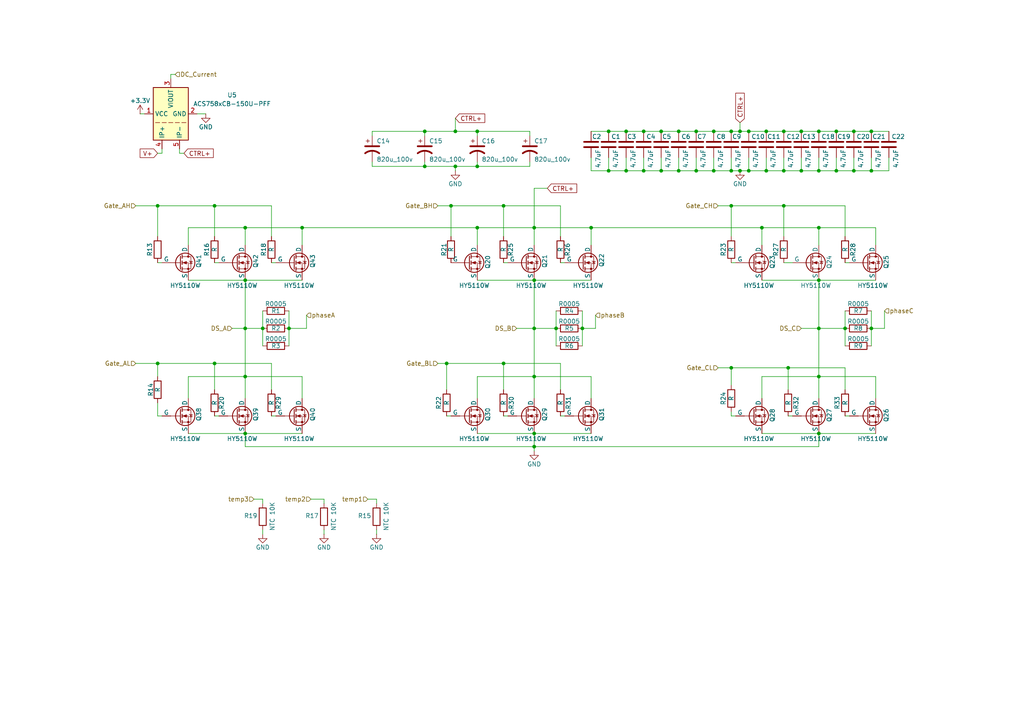
<source format=kicad_sch>
(kicad_sch (version 20250114) (generator "eeschema") (generator_version "9.0")
  (paper "A4")
  (lib_symbols
    (symbol "Device:C" (pin_numbers (hide yes)) (pin_names (offset 0.254))
      (property "Reference" "C" (at 0.635 2.54 0))
      (property "Value" "C" (at 0.635 -2.54 0))
      (symbol "C_0_1"
        (polyline (pts (xy -2.032 0.762) (xy 2.032 0.762)) (stroke (width 0.508)))
        (polyline (pts (xy -2.032 -0.762) (xy 2.032 -0.762)) (stroke (width 0.508)))
      )
      (symbol "C_1_1"
        (pin passive line (at 0 3.81 270) (length 2.794) (name "~") (number "1"))
        (pin passive line (at 0 -3.81 90) (length 2.794) (name "~") (number "2"))
      )
    )
    (symbol "Device:C_Polarized_US" (pin_numbers (hide yes)) (pin_names (offset 0.254) (hide yes))
      (property "Reference" "C" (at 0.635 2.54 0))
      (property "Value" "C_Polarized_US" (at 0.635 -2.54 0))
      (symbol "C_Polarized_US_0_1"
        (polyline (pts (xy -2.032 0.762) (xy 2.032 0.762)) (stroke (width 0.508)))
        (polyline (pts (xy -1.778 2.286) (xy -0.762 2.286)))
        (polyline (pts (xy -1.27 1.778) (xy -1.27 2.794)))
        (arc (start -2.032 -1.27) (mid 0 -0.5572) (end 2.032 -1.27) (stroke (width 0.508)))
      )
      (symbol "C_Polarized_US_1_1"
        (pin passive line (at 0 3.81 270) (length 2.794) (name "~") (number "1"))
        (pin passive line (at 0 -3.81 90) (length 3.302) (name "~") (number "2"))
      )
    )
    (symbol "Device:R" (pin_numbers (hide yes)) (pin_names (offset 0))
      (property "Reference" "R" (at 2.032 0 90))
      (property "Value" "R" (at 0 0 90))
      (symbol "R_0_1"
        (rectangle (start -1.016 -2.54) (end 1.016 2.54) (stroke (width 0.254)))
      )
      (symbol "R_1_1"
        (pin passive line (at 0 3.81 270) (length 1.27) (name "~") (number "1"))
        (pin passive line (at 0 -3.81 90) (length 1.27) (name "~") (number "2"))
      )
    )
    (symbol "Sensor_Current:ACS758xCB-150U-PFF"
      (property "Reference" "U" (at -7.62 6.35 0))
      (property "Value" "ACS758xCB-150U-PFF" (at 2.54 6.35 0))
      (symbol "ACS758xCB-150U-PFF_0_1"
        (rectangle (start -7.62 5.08) (end 7.62 -5.08) (stroke (width 0.254)) (fill (type background)))
        (polyline (pts (xy -2.54 3.175) (xy -2.54 4.445)))
        (polyline (pts (xy -2.54 1.27) (xy -2.54 2.54)))
        (polyline (pts (xy -2.54 0.635) (xy -2.54 -0.635)))
        (polyline (pts (xy -2.54 -1.27) (xy -2.54 -2.54)))
        (polyline (pts (xy -2.54 -3.175) (xy -2.54 -4.445)))
      )
      (symbol "ACS758xCB-150U-PFF_1_1"
        (pin passive line (at -10.16 2.54 0) (length 2.54) (name "IP+") (number "4"))
        (pin passive line (at -10.16 -2.54 0) (length 2.54) (name "IP-") (number "5"))
        (pin power_in line (at 0 7.62 270) (length 2.54) (name "VCC") (number "1"))
        (pin power_in line (at 0 -7.62 90) (length 2.54) (name "GND") (number "2"))
        (pin output line (at 10.16 0 180) (length 2.54) (name "VIOUT") (number "3"))
      )
    )
    (symbol "Simulation_SPICE:NMOS" (pin_numbers (hide yes)) (pin_names (offset 0))
      (property "Reference" "Q" (at 5.08 1.27 0))
      (property "Value" "NMOS" (at 5.08 -1.27 0))
      (symbol "NMOS_0_1"
        (polyline (pts (xy 0.254 1.905) (xy 0.254 -1.905)) (stroke (width 0.254)))
        (polyline (pts (xy 0.254 0) (xy -2.54 0)))
        (polyline (pts (xy 0.762 2.286) (xy 0.762 1.27)) (stroke (width 0.254)))
        (polyline (pts (xy 0.762 0.508) (xy 0.762 -0.508)) (stroke (width 0.254)))
        (polyline (pts (xy 0.762 -1.27) (xy 0.762 -2.286)) (stroke (width 0.254)))
        (polyline (pts (xy 0.762 -1.778) (xy 3.302 -1.778) (xy 3.302 1.778) (xy 0.762 1.778)))
        (polyline (pts (xy 1.016 0) (xy 2.032 0.381) (xy 2.032 -0.381) (xy 1.016 0)) (fill (type outline)))
        (circle (center 1.651 0) (radius 2.794) (stroke (width 0.254)))
        (polyline (pts (xy 2.54 2.54) (xy 2.54 1.778)))
        (circle (center 2.54 1.778) (radius 0.254) (fill (type outline)))
        (circle (center 2.54 -1.778) (radius 0.254) (fill (type outline)))
        (polyline (pts (xy 2.54 -2.54) (xy 2.54 0) (xy 0.762 0)))
        (polyline (pts (xy 2.794 0.508) (xy 2.921 0.381) (xy 3.683 0.381) (xy 3.81 0.254)))
        (polyline (pts (xy 3.302 0.381) (xy 2.921 -0.254) (xy 3.683 -0.254) (xy 3.302 0.381)))
      )
      (symbol "NMOS_1_1"
        (pin input line (at -5.08 0 0) (length 2.54) (name "G") (number "2"))
        (pin passive line (at 2.54 5.08 270) (length 2.54) (name "D") (number "1"))
        (pin passive line (at 2.54 -5.08 90) (length 2.54) (name "S") (number "3"))
      )
    )
    (symbol "power:+3.3V" (power) (pin_numbers (hide yes)) (pin_names (offset 0) (hide yes))
      (property "Value" "+3.3V" (at 0 3.556 0))
      (symbol "+3.3V_0_1"
        (polyline (pts (xy -0.762 1.27) (xy 0 2.54)))
        (polyline (pts (xy 0 2.54) (xy 0.762 1.27)))
        (polyline (pts (xy 0 0) (xy 0 2.54)))
      )
      (symbol "+3.3V_1_1"
        (pin power_in line (at 0 0 90) (length 0) (name "~") (number "1"))
      )
    )
    (symbol "power:GND" (power) (pin_numbers (hide yes)) (pin_names (offset 0) (hide yes))
      (property "Value" "GND" (at 0 -3.81 0))
      (symbol "GND_0_1"
        (polyline (pts (xy 0 0) (xy 0 -1.27) (xy 1.27 -1.27) (xy 0 -2.54) (xy -1.27 -1.27) (xy 0 -1.27)))
      )
      (symbol "GND_1_1"
        (pin power_in line (at 0 0 270) (length 0) (name "~") (number "1"))
      )
    )
  )
  (junction (at 237.49 81.28))
  (junction (at 201.93 49.53))
  (junction (at 227.33 49.53))
  (junction (at 71.12 125.73))
  (junction (at 222.25 38.1))
  (junction (at 161.29 95.25))
  (junction (at 132.08 48.26))
  (junction (at 212.09 59.69))
  (junction (at 181.61 38.1))
  (junction (at 247.65 38.1))
  (junction (at 252.73 49.53))
  (junction (at 196.85 38.1))
  (junction (at 154.94 129.54))
  (junction (at 154.94 95.25))
  (junction (at 220.98 66.04))
  (junction (at 154.94 109.22))
  (junction (at 247.65 49.53))
  (junction (at 138.43 48.26))
  (junction (at 186.69 38.1))
  (junction (at 186.69 49.53))
  (junction (at 168.91 95.25))
  (junction (at 154.94 81.28))
  (junction (at 237.49 38.1))
  (junction (at 207.01 49.53))
  (junction (at 191.77 38.1))
  (junction (at 237.49 125.73))
  (junction (at 228.6 106.68))
  (junction (at 237.49 95.25))
  (junction (at 212.09 49.53))
  (junction (at 212.09 106.68))
  (junction (at 212.09 38.1))
  (junction (at 71.12 81.28))
  (junction (at 71.12 95.25))
  (junction (at 214.63 38.1))
  (junction (at 132.08 38.1))
  (junction (at 237.49 66.04))
  (junction (at 129.54 105.41))
  (junction (at 232.41 49.53))
  (junction (at 138.43 38.1))
  (junction (at 242.57 38.1))
  (junction (at 181.61 49.53))
  (junction (at 227.33 38.1))
  (junction (at 123.19 38.1))
  (junction (at 76.2 95.25))
  (junction (at 87.63 66.04))
  (junction (at 201.93 38.1))
  (junction (at 171.45 66.04))
  (junction (at 62.23 105.41))
  (junction (at 217.17 38.1))
  (junction (at 71.12 66.04))
  (junction (at 214.63 49.53))
  (junction (at 146.05 105.41))
  (junction (at 242.57 49.53))
  (junction (at 252.73 95.25))
  (junction (at 146.05 59.69))
  (junction (at 45.72 59.69))
  (junction (at 232.41 38.1))
  (junction (at 62.23 59.69))
  (junction (at 237.49 109.22))
  (junction (at 191.77 49.53))
  (junction (at 176.53 49.53))
  (junction (at 245.11 95.25))
  (junction (at 83.82 95.25))
  (junction (at 222.25 49.53))
  (junction (at 130.81 59.69))
  (junction (at 154.94 66.04))
  (junction (at 154.94 125.73))
  (junction (at 176.53 38.1))
  (junction (at 138.43 66.04))
  (junction (at 207.01 38.1))
  (junction (at 45.72 105.41))
  (junction (at 196.85 49.53))
  (junction (at 237.49 49.53))
  (junction (at 217.17 49.53))
  (junction (at 252.73 38.1))
  (junction (at 123.19 48.26))
  (junction (at 227.33 59.69))
  (junction (at 71.12 109.22))
  (wire (pts (xy 237.49 125.73) (xy 254 125.73)))
  (wire (pts (xy 252.73 38.1) (xy 257.81 38.1)))
  (wire (pts (xy 232.41 38.1) (xy 237.49 38.1)))
  (wire (pts (xy 161.29 90.17) (xy 161.29 95.25)))
  (wire (pts (xy 107.95 38.1) (xy 123.19 38.1)))
  (wire (pts (xy 153.67 46.99) (xy 153.67 48.26)))
  (wire (pts (xy 146.05 59.69) (xy 146.05 68.58)))
  (wire (pts (xy 196.85 45.72) (xy 196.85 49.53)))
  (wire (pts (xy 71.12 81.28) (xy 71.12 95.25)))
  (wire (pts (xy 252.73 90.17) (xy 252.73 95.25)))
  (wire (pts (xy 62.23 76.2) (xy 63.5 76.2)))
  (wire (pts (xy 45.72 120.65) (xy 46.99 120.65)))
  (wire (pts (xy 45.72 120.65) (xy 45.72 116.84)))
  (wire (pts (xy 186.69 45.72) (xy 186.69 49.53)))
  (wire (pts (xy 132.08 48.26) (xy 132.08 49.53)))
  (wire (pts (xy 172.72 91.44) (xy 172.72 95.25)))
  (wire (pts (xy 149.86 95.25) (xy 154.94 95.25)))
  (wire (pts (xy 129.54 105.41) (xy 129.54 113.03)))
  (wire (pts (xy 78.74 59.69) (xy 78.74 68.58)))
  (wire (pts (xy 54.61 66.04) (xy 71.12 66.04)))
  (wire (pts (xy 217.17 45.72) (xy 217.17 49.53)))
  (wire (pts (xy 154.94 54.61) (xy 158.75 54.61)))
  (wire (pts (xy 154.94 54.61) (xy 154.94 66.04)))
  (wire (pts (xy 57.15 33.02) (xy 59.69 33.02)))
  (wire (pts (xy 54.61 81.28) (xy 71.12 81.28)))
  (wire (pts (xy 237.49 95.25) (xy 237.49 109.22)))
  (wire (pts (xy 71.12 81.28) (xy 87.63 81.28)))
  (wire (pts (xy 132.08 34.29) (xy 132.08 38.1)))
  (wire (pts (xy 138.43 109.22) (xy 154.94 109.22)))
  (wire (pts (xy 242.57 49.53) (xy 247.65 49.53)))
  (wire (pts (xy 252.73 95.25) (xy 252.73 100.33)))
  (wire (pts (xy 232.41 95.25) (xy 237.49 95.25)))
  (wire (pts (xy 76.2 154.94) (xy 76.2 153.67)))
  (wire (pts (xy 71.12 95.25) (xy 71.12 109.22)))
  (wire (pts (xy 129.54 120.65) (xy 130.81 120.65)))
  (wire (pts (xy 212.09 106.68) (xy 228.6 106.68)))
  (wire (pts (xy 93.98 146.05) (xy 93.98 144.78)))
  (wire (pts (xy 138.43 81.28) (xy 154.94 81.28)))
  (wire (pts (xy 222.25 45.72) (xy 222.25 49.53)))
  (wire (pts (xy 252.73 95.25) (xy 256.54 95.25)))
  (wire (pts (xy 191.77 38.1) (xy 196.85 38.1)))
  (wire (pts (xy 45.72 59.69) (xy 62.23 59.69)))
  (wire (pts (xy 45.72 44.45) (xy 46.99 44.45)))
  (wire (pts (xy 171.45 66.04) (xy 171.45 71.12)))
  (wire (pts (xy 67.31 95.25) (xy 71.12 95.25)))
  (wire (pts (xy 254 109.22) (xy 254 115.57)))
  (wire (pts (xy 227.33 49.53) (xy 222.25 49.53)))
  (wire (pts (xy 232.41 49.53) (xy 237.49 49.53)))
  (wire (pts (xy 252.73 45.72) (xy 252.73 49.53)))
  (wire (pts (xy 123.19 38.1) (xy 123.19 39.37)))
  (wire (pts (xy 154.94 130.81) (xy 154.94 129.54)))
  (wire (pts (xy 54.61 109.22) (xy 71.12 109.22)))
  (wire (pts (xy 62.23 59.69) (xy 78.74 59.69)))
  (wire (pts (xy 138.43 48.26) (xy 153.67 48.26)))
  (wire (pts (xy 212.09 76.2) (xy 213.36 76.2)))
  (wire (pts (xy 207.01 38.1) (xy 212.09 38.1)))
  (wire (pts (xy 87.63 66.04) (xy 138.43 66.04)))
  (wire (pts (xy 132.08 48.26) (xy 138.43 48.26)))
  (wire (pts (xy 71.12 109.22) (xy 71.12 115.57)))
  (wire (pts (xy 181.61 45.72) (xy 181.61 49.53)))
  (wire (pts (xy 76.2 146.05) (xy 76.2 144.78)))
  (wire (pts (xy 242.57 38.1) (xy 247.65 38.1)))
  (wire (pts (xy 39.37 105.41) (xy 45.72 105.41)))
  (wire (pts (xy 129.54 105.41) (xy 146.05 105.41)))
  (wire (pts (xy 138.43 66.04) (xy 154.94 66.04)))
  (wire (pts (xy 237.49 66.04) (xy 237.49 71.12)))
  (wire (pts (xy 201.93 49.53) (xy 207.01 49.53)))
  (wire (pts (xy 109.22 146.05) (xy 109.22 144.78)))
  (wire (pts (xy 76.2 95.25) (xy 76.2 100.33)))
  (wire (pts (xy 227.33 49.53) (xy 232.41 49.53)))
  (wire (pts (xy 49.53 21.59) (xy 50.8 21.59)))
  (wire (pts (xy 181.61 38.1) (xy 186.69 38.1)))
  (wire (pts (xy 162.56 120.65) (xy 163.83 120.65)))
  (wire (pts (xy 154.94 66.04) (xy 171.45 66.04)))
  (wire (pts (xy 227.33 59.69) (xy 245.11 59.69)))
  (wire (pts (xy 71.12 66.04) (xy 71.12 71.12)))
  (wire (pts (xy 45.72 105.41) (xy 45.72 109.22)))
  (wire (pts (xy 228.6 120.65) (xy 229.87 120.65)))
  (wire (pts (xy 87.63 109.22) (xy 87.63 115.57)))
  (wire (pts (xy 54.61 66.04) (xy 54.61 71.12)))
  (wire (pts (xy 71.12 109.22) (xy 87.63 109.22)))
  (wire (pts (xy 71.12 66.04) (xy 87.63 66.04)))
  (wire (pts (xy 138.43 38.1) (xy 153.67 38.1)))
  (wire (pts (xy 71.12 125.73) (xy 87.63 125.73)))
  (wire (pts (xy 154.94 95.25) (xy 154.94 109.22)))
  (wire (pts (xy 237.49 129.54) (xy 237.49 125.73)))
  (wire (pts (xy 227.33 76.2) (xy 229.87 76.2)))
  (wire (pts (xy 222.25 49.53) (xy 217.17 49.53)))
  (wire (pts (xy 176.53 49.53) (xy 181.61 49.53)))
  (wire (pts (xy 220.98 109.22) (xy 220.98 115.57)))
  (wire (pts (xy 207.01 49.53) (xy 212.09 49.53)))
  (wire (pts (xy 212.09 59.69) (xy 227.33 59.69)))
  (wire (pts (xy 93.98 154.94) (xy 93.98 153.67)))
  (wire (pts (xy 161.29 95.25) (xy 161.29 100.33)))
  (wire (pts (xy 123.19 46.99) (xy 123.19 48.26)))
  (wire (pts (xy 208.28 106.68) (xy 212.09 106.68)))
  (wire (pts (xy 162.56 59.69) (xy 162.56 68.58)))
  (wire (pts (xy 171.45 45.72) (xy 171.45 49.53)))
  (wire (pts (xy 186.69 49.53) (xy 191.77 49.53)))
  (wire (pts (xy 87.63 66.04) (xy 87.63 71.12)))
  (wire (pts (xy 207.01 45.72) (xy 207.01 49.53)))
  (wire (pts (xy 232.41 45.72) (xy 232.41 49.53)))
  (wire (pts (xy 154.94 81.28) (xy 171.45 81.28)))
  (wire (pts (xy 227.33 38.1) (xy 232.41 38.1)))
  (wire (pts (xy 138.43 109.22) (xy 138.43 115.57)))
  (wire (pts (xy 138.43 125.73) (xy 154.94 125.73)))
  (wire (pts (xy 45.72 59.69) (xy 45.72 68.58)))
  (wire (pts (xy 123.19 48.26) (xy 132.08 48.26)))
  (wire (pts (xy 208.28 59.69) (xy 212.09 59.69)))
  (wire (pts (xy 45.72 105.41) (xy 62.23 105.41)))
  (wire (pts (xy 214.63 35.56) (xy 214.63 38.1)))
  (wire (pts (xy 257.81 45.72) (xy 257.81 49.53)))
  (wire (pts (xy 191.77 45.72) (xy 191.77 49.53)))
  (wire (pts (xy 168.91 95.25) (xy 168.91 100.33)))
  (wire (pts (xy 212.09 59.69) (xy 212.09 68.58)))
  (wire (pts (xy 217.17 38.1) (xy 222.25 38.1)))
  (wire (pts (xy 162.56 105.41) (xy 162.56 113.03)))
  (wire (pts (xy 220.98 125.73) (xy 237.49 125.73)))
  (wire (pts (xy 146.05 120.65) (xy 147.32 120.65)))
  (wire (pts (xy 54.61 109.22) (xy 54.61 115.57)))
  (wire (pts (xy 146.05 76.2) (xy 147.32 76.2)))
  (wire (pts (xy 252.73 49.53) (xy 257.81 49.53)))
  (wire (pts (xy 245.11 59.69) (xy 245.11 68.58)))
  (wire (pts (xy 123.19 38.1) (xy 132.08 38.1)))
  (wire (pts (xy 245.11 76.2) (xy 246.38 76.2)))
  (wire (pts (xy 171.45 38.1) (xy 176.53 38.1)))
  (wire (pts (xy 227.33 45.72) (xy 227.33 49.53)))
  (wire (pts (xy 109.22 144.78) (xy 106.68 144.78)))
  (wire (pts (xy 130.81 59.69) (xy 130.81 68.58)))
  (wire (pts (xy 220.98 66.04) (xy 237.49 66.04)))
  (wire (pts (xy 127 105.41) (xy 129.54 105.41)))
  (wire (pts (xy 107.95 46.99) (xy 107.95 48.26)))
  (wire (pts (xy 237.49 81.28) (xy 237.49 95.25)))
  (wire (pts (xy 62.23 120.65) (xy 63.5 120.65)))
  (wire (pts (xy 242.57 45.72) (xy 242.57 49.53)))
  (wire (pts (xy 83.82 95.25) (xy 83.82 100.33)))
  (wire (pts (xy 245.11 90.17) (xy 245.11 95.25)))
  (wire (pts (xy 54.61 125.73) (xy 71.12 125.73)))
  (wire (pts (xy 46.99 44.45) (xy 46.99 43.18)))
  (wire (pts (xy 214.63 38.1) (xy 217.17 38.1)))
  (wire (pts (xy 40.64 33.02) (xy 41.91 33.02)))
  (wire (pts (xy 154.94 125.73) (xy 171.45 125.73)))
  (wire (pts (xy 146.05 105.41) (xy 162.56 105.41)))
  (wire (pts (xy 62.23 105.41) (xy 62.23 113.03)))
  (wire (pts (xy 53.34 44.45) (xy 52.07 44.45)))
  (wire (pts (xy 132.08 38.1) (xy 138.43 38.1)))
  (wire (pts (xy 228.6 106.68) (xy 228.6 113.03)))
  (wire (pts (xy 154.94 109.22) (xy 171.45 109.22)))
  (wire (pts (xy 212.09 106.68) (xy 212.09 111.76)))
  (wire (pts (xy 107.95 48.26) (xy 123.19 48.26)))
  (wire (pts (xy 186.69 38.1) (xy 191.77 38.1)))
  (wire (pts (xy 39.37 59.69) (xy 45.72 59.69)))
  (wire (pts (xy 212.09 45.72) (xy 212.09 49.53)))
  (wire (pts (xy 78.74 76.2) (xy 80.01 76.2)))
  (wire (pts (xy 245.11 106.68) (xy 245.11 113.03)))
  (wire (pts (xy 154.94 81.28) (xy 154.94 95.25)))
  (wire (pts (xy 212.09 38.1) (xy 214.63 38.1)))
  (wire (pts (xy 201.93 45.72) (xy 201.93 49.53)))
  (wire (pts (xy 83.82 95.25) (xy 88.9 95.25)))
  (wire (pts (xy 245.11 95.25) (xy 245.11 100.33)))
  (wire (pts (xy 62.23 105.41) (xy 78.74 105.41)))
  (wire (pts (xy 227.33 59.69) (xy 227.33 68.58)))
  (wire (pts (xy 171.45 49.53) (xy 176.53 49.53)))
  (wire (pts (xy 154.94 66.04) (xy 154.94 71.12)))
  (wire (pts (xy 212.09 120.65) (xy 213.36 120.65)))
  (wire (pts (xy 247.65 45.72) (xy 247.65 49.53)))
  (wire (pts (xy 130.81 59.69) (xy 146.05 59.69)))
  (wire (pts (xy 76.2 144.78) (xy 73.66 144.78)))
  (wire (pts (xy 127 59.69) (xy 130.81 59.69)))
  (wire (pts (xy 154.94 95.25) (xy 161.29 95.25)))
  (wire (pts (xy 237.49 66.04) (xy 254 66.04)))
  (wire (pts (xy 256.54 90.17) (xy 256.54 95.25)))
  (wire (pts (xy 222.25 38.1) (xy 227.33 38.1)))
  (wire (pts (xy 168.91 95.25) (xy 172.72 95.25)))
  (wire (pts (xy 237.49 109.22) (xy 254 109.22)))
  (wire (pts (xy 49.53 22.86) (xy 49.53 21.59)))
  (wire (pts (xy 107.95 38.1) (xy 107.95 39.37)))
  (wire (pts (xy 162.56 76.2) (xy 163.83 76.2)))
  (wire (pts (xy 62.23 59.69) (xy 62.23 68.58)))
  (wire (pts (xy 88.9 91.44) (xy 88.9 95.25)))
  (wire (pts (xy 237.49 49.53) (xy 242.57 49.53)))
  (wire (pts (xy 247.65 38.1) (xy 252.73 38.1)))
  (wire (pts (xy 52.07 44.45) (xy 52.07 43.18)))
  (wire (pts (xy 220.98 109.22) (xy 237.49 109.22)))
  (wire (pts (xy 154.94 129.54) (xy 237.49 129.54)))
  (wire (pts (xy 109.22 154.94) (xy 109.22 153.67)))
  (wire (pts (xy 220.98 81.28) (xy 237.49 81.28)))
  (wire (pts (xy 201.93 38.1) (xy 207.01 38.1)))
  (wire (pts (xy 237.49 38.1) (xy 242.57 38.1)))
  (wire (pts (xy 146.05 59.69) (xy 162.56 59.69)))
  (wire (pts (xy 247.65 49.53) (xy 252.73 49.53)))
  (wire (pts (xy 154.94 109.22) (xy 154.94 115.57)))
  (wire (pts (xy 146.05 105.41) (xy 146.05 113.03)))
  (wire (pts (xy 90.17 144.78) (xy 93.98 144.78)))
  (wire (pts (xy 212.09 49.53) (xy 214.63 49.53)))
  (wire (pts (xy 76.2 90.17) (xy 76.2 95.25)))
  (wire (pts (xy 138.43 38.1) (xy 138.43 39.37)))
  (wire (pts (xy 220.98 66.04) (xy 220.98 71.12)))
  (wire (pts (xy 245.11 120.65) (xy 246.38 120.65)))
  (wire (pts (xy 153.67 38.1) (xy 153.67 39.37)))
  (wire (pts (xy 171.45 66.04) (xy 220.98 66.04)))
  (wire (pts (xy 71.12 125.73) (xy 71.12 129.54)))
  (wire (pts (xy 254 66.04) (xy 254 71.12)))
  (wire (pts (xy 78.74 105.41) (xy 78.74 113.03)))
  (wire (pts (xy 196.85 49.53) (xy 201.93 49.53)))
  (wire (pts (xy 212.09 119.38) (xy 212.09 120.65)))
  (wire (pts (xy 237.49 81.28) (xy 254 81.28)))
  (wire (pts (xy 237.49 45.72) (xy 237.49 49.53)))
  (wire (pts (xy 168.91 90.17) (xy 168.91 95.25)))
  (wire (pts (xy 191.77 49.53) (xy 196.85 49.53)))
  (wire (pts (xy 214.63 49.53) (xy 217.17 49.53)))
  (wire (pts (xy 176.53 38.1) (xy 181.61 38.1)))
  (wire (pts (xy 83.82 90.17) (xy 83.82 95.25)))
  (wire (pts (xy 171.45 109.22) (xy 171.45 115.57)))
  (wire (pts (xy 71.12 129.54) (xy 154.94 129.54)))
  (wire (pts (xy 71.12 95.25) (xy 76.2 95.25)))
  (wire (pts (xy 45.72 76.2) (xy 46.99 76.2)))
  (wire (pts (xy 181.61 49.53) (xy 186.69 49.53)))
  (wire (pts (xy 138.43 46.99) (xy 138.43 48.26)))
  (wire (pts (xy 237.49 95.25) (xy 245.11 95.25)))
  (wire (pts (xy 176.53 45.72) (xy 176.53 49.53)))
  (wire (pts (xy 196.85 38.1) (xy 201.93 38.1)))
  (wire (pts (xy 138.43 66.04) (xy 138.43 71.12)))
  (wire (pts (xy 154.94 125.73) (xy 154.94 129.54)))
  (wire (pts (xy 237.49 109.22) (xy 237.49 115.57)))
  (wire (pts (xy 78.74 120.65) (xy 80.01 120.65)))
  (wire (pts (xy 228.6 106.68) (xy 245.11 106.68)))
  (global_label "CTRL+" (shape input) (at 53.34 44.45 0) (effects (font (thickness 0.1588))) (property "Intersheetrefs" "${INTERSHEET_REFS}" (effects (hide yes))))
  (global_label "CTRL+" (shape input) (at 214.63 35.56 90) (effects (font (thickness 0.1588))) (property "Intersheetrefs" "${INTERSHEET_REFS}" (effects (hide yes))))
  (global_label "V+" (shape input) (at 45.72 44.45 180) (property "Intersheetrefs" "${INTERSHEET_REFS}" (effects (hide yes))))
  (global_label "CTRL+" (shape input) (at 158.75 54.61 0) (effects (font (thickness 0.1588))) (property "Intersheetrefs" "${INTERSHEET_REFS}" (effects (hide yes))))
  (global_label "CTRL+" (shape input) (at 132.08 34.29 0) (effects (font (thickness 0.1588))) (property "Intersheetrefs" "${INTERSHEET_REFS}" (effects (hide yes))))
  (hierarchical_label "phaseC" (shape input) (at 256.54 90.17 0))
  (hierarchical_label "Gate_CH" (shape input) (at 208.28 59.69 180) (effects (font (thickness 0.1588))))
  (hierarchical_label "DC_Current" (shape input) (at 50.8 21.59 0) (effects (font (thickness 0.1588))))
  (hierarchical_label "DS_C" (shape input) (at 232.41 95.25 180))
  (hierarchical_label "temp2" (shape input) (at 90.17 144.78 180))
  (hierarchical_label "Gate_CL" (shape input) (at 208.28 106.68 180) (effects (font (thickness 0.1588))))
  (hierarchical_label "phaseB" (shape input) (at 172.72 91.44 0))
  (hierarchical_label "DS_B" (shape input) (at 149.86 95.25 180))
  (hierarchical_label "Gate_BH" (shape input) (at 127 59.69 180) (effects (font (thickness 0.1588))))
  (hierarchical_label "DS_A" (shape input) (at 67.31 95.25 180))
  (hierarchical_label "Gate_AL" (shape input) (at 39.37 105.41 180) (effects (font (thickness 0.1588))))
  (hierarchical_label "Gate_BL" (shape input) (at 127 105.41 180) (effects (font (thickness 0.1588))))
  (hierarchical_label "phaseA" (shape input) (at 88.9 91.44 0))
  (hierarchical_label "temp1" (shape input) (at 106.68 144.78 180))
  (hierarchical_label "temp3" (shape input) (at 73.66 144.78 180))
  (hierarchical_label "Gate_AH" (shape input) (at 39.37 59.69 180) (effects (font (thickness 0.1588))))
  (symbol (lib_id "Device:C") (at 191.77 41.91 0) (unit 1)
    (property "Reference" "C5" (at 192.024 39.624 0) (effects (justify left)))
    (property "Value" "4.7uF" (at 193.802 48.768 90) (effects (justify left)))
    (property "Footprint" "Capacitor_SMD:C_1206_3216Metric_Pad1.33x1.80mm_HandSolder" (effects (hide yes)))
    (property "Description" "Unpolarized capacitor" (effects (hide yes)))
  )
  (symbol (lib_id "Device:C") (at 222.25 41.91 0) (unit 1)
    (property "Reference" "C11" (at 222.504 39.624 0) (effects (justify left)))
    (property "Value" "4.7uF" (at 224.282 48.768 90) (effects (justify left)))
    (property "Footprint" "Capacitor_SMD:C_1206_3216Metric_Pad1.33x1.80mm_HandSolder" (effects (hide yes)))
    (property "Description" "Unpolarized capacitor" (effects (hide yes)))
  )
  (symbol (lib_id "Device:C") (at 171.45 41.91 0) (unit 1)
    (property "Reference" "C2" (at 171.704 39.624 0) (effects (justify left)))
    (property "Value" "4.7uF" (at 173.482 48.768 90) (effects (justify left)))
    (property "Footprint" "Capacitor_SMD:C_1206_3216Metric_Pad1.33x1.80mm_HandSolder" (effects (hide yes)))
    (property "Description" "Unpolarized capacitor" (effects (hide yes)))
  )
  (symbol (lib_id "Device:R") (at 245.11 72.39 180) (unit 1)
    (property "Reference" "R28" (at 247.396 72.39 90))
    (property "Value" "R" (at 245.11 72.39 90))
    (property "Footprint" "Resistor_SMD:R_0805_2012Metric_Pad1.20x1.40mm_HandSolder" (effects (hide yes)))
    (property "Description" "Resistor" (effects (hide yes)))
  )
  (symbol (lib_id "Device:R") (at 165.1 100.33 90) (unit 1)
    (property "Reference" "R6" (at 165.1 100.33 90))
    (property "Value" "R0005" (at 165.1 98.298 90))
    (property "Footprint" "Resistor_SMD:R_2512_6332Metric_Pad1.40x3.35mm_HandSolder" (effects (hide yes)))
    (property "Description" "Resistor" (effects (hide yes)))
  )
  (symbol (lib_id "Simulation_SPICE:NMOS") (at 234.95 120.65 0) (unit 1)
    (property "Reference" "Q27" (at 240.538 122.428 90) (effects (justify left)))
    (property "Value" "HY5110W" (at 232.156 127.254 0) (effects (justify left)))
    (property "Footprint" "Custom:TO-247 Horizontal Tabup" (effects (hide yes)))
    (property "Datasheet" "https://ngspice.sourceforge.io/docs/ngspice-html-manual/manual.xhtml#cha_MOSFETs" (effects (hide yes)))
    (property "Description" "N-MOSFET transistor, drain/source/gate" (effects (hide yes)))
    (property "Sim.Device" "NMOS" (effects (hide yes)))
    (property "Sim.Type" "VDMOS" (effects (hide yes)))
    (property "Sim.Pins" "1=G 2=D 3=S" (effects (hide yes)))
  )
  (symbol (lib_id "Device:R") (at 248.92 100.33 90) (unit 1)
    (property "Reference" "R9" (at 248.92 100.33 90))
    (property "Value" "R0005" (at 248.92 98.298 90))
    (property "Footprint" "Resistor_SMD:R_2512_6332Metric_Pad1.40x3.35mm_HandSolder" (effects (hide yes)))
    (property "Description" "Resistor" (effects (hide yes)))
  )
  (symbol (lib_id "Device:C_Polarized_US") (at 153.67 43.18 0) (unit 1)
    (property "Reference" "C17" (at 154.94 40.894 0) (effects (justify left)))
    (property "Value" "820u_100v" (at 154.94 46.228 0) (effects (justify left)))
    (property "Footprint" "Capacitor_THT:CP_Radial_D18.0mm_P7.50mm" (effects (hide yes)))
    (property "Description" "Polarized capacitor, US symbol" (effects (hide yes)))
  )
  (symbol (lib_id "Device:R") (at 248.92 95.25 90) (unit 1)
    (property "Reference" "R8" (at 248.92 95.25 90))
    (property "Value" "R0005" (at 248.92 93.218 90))
    (property "Footprint" "Resistor_SMD:R_2512_6332Metric_Pad1.40x3.35mm_HandSolder" (effects (hide yes)))
    (property "Description" "Resistor" (effects (hide yes)))
  )
  (symbol (lib_id "Simulation_SPICE:NMOS") (at 251.46 120.65 0) (unit 1)
    (property "Reference" "Q26" (at 257.048 122.428 90) (effects (justify left)))
    (property "Value" "HY5110W" (at 248.666 127.254 0) (effects (justify left)))
    (property "Footprint" "Custom:TO-247 Horizontal Tabup" (effects (hide yes)))
    (property "Datasheet" "https://ngspice.sourceforge.io/docs/ngspice-html-manual/manual.xhtml#cha_MOSFETs" (effects (hide yes)))
    (property "Description" "N-MOSFET transistor, drain/source/gate" (effects (hide yes)))
    (property "Sim.Device" "NMOS" (effects (hide yes)))
    (property "Sim.Type" "VDMOS" (effects (hide yes)))
    (property "Sim.Pins" "1=G 2=D 3=S" (effects (hide yes)))
  )
  (symbol (lib_id "Device:C") (at 232.41 41.91 0) (unit 1)
    (property "Reference" "C13" (at 232.664 39.624 0) (effects (justify left)))
    (property "Value" "4.7uF" (at 234.442 48.768 90) (effects (justify left)))
    (property "Footprint" "Capacitor_SMD:C_1206_3216Metric_Pad1.33x1.80mm_HandSolder" (effects (hide yes)))
    (property "Description" "Unpolarized capacitor" (effects (hide yes)))
  )
  (symbol (lib_id "Device:C") (at 257.81 41.91 0) (unit 1)
    (property "Reference" "C22" (at 258.572 39.624 0) (effects (justify left)))
    (property "Value" "4.7uF" (at 259.842 48.768 90) (effects (justify left)))
    (property "Footprint" "Capacitor_SMD:C_1206_3216Metric_Pad1.33x1.80mm_HandSolder" (effects (hide yes)))
    (property "Description" "Unpolarized capacitor" (effects (hide yes)))
  )
  (symbol (lib_id "Device:C") (at 247.65 41.91 0) (unit 1)
    (property "Reference" "C20" (at 248.412 39.624 0) (effects (justify left)))
    (property "Value" "4.7uF" (at 249.682 48.768 90) (effects (justify left)))
    (property "Footprint" "Capacitor_SMD:C_1206_3216Metric_Pad1.33x1.80mm_HandSolder" (effects (hide yes)))
    (property "Description" "Unpolarized capacitor" (effects (hide yes)))
  )
  (symbol (lib_id "Device:R") (at 78.74 72.39 180) (unit 1)
    (property "Reference" "R18" (at 76.454 72.39 90))
    (property "Value" "R" (at 78.74 72.39 90))
    (property "Footprint" "Resistor_SMD:R_0805_2012Metric_Pad1.20x1.40mm_HandSolder" (effects (hide yes)))
    (property "Description" "Resistor" (effects (hide yes)))
  )
  (symbol (lib_id "power:GND") (at 76.2 154.94 0) (unit 1)
    (property "Reference" "#PWR03" (effects (hide yes)))
    (property "Value" "GND" (at 76.2 158.75 0))
    (property "Description" "Power symbol creates a global label with name \"GND\" , ground" (effects (hide yes)))
  )
  (symbol (lib_id "Device:R") (at 165.1 90.17 90) (unit 1)
    (property "Reference" "R4" (at 165.1 90.17 90))
    (property "Value" "R0005" (at 165.1 88.138 90))
    (property "Footprint" "Resistor_SMD:R_2512_6332Metric_Pad1.40x3.35mm_HandSolder" (effects (hide yes)))
    (property "Description" "Resistor" (effects (hide yes)))
  )
  (symbol (lib_id "Device:R") (at 130.81 72.39 180) (unit 1)
    (property "Reference" "R21" (at 128.778 72.39 90))
    (property "Value" "R" (at 130.81 72.39 90))
    (property "Footprint" "Resistor_SMD:R_0805_2012Metric_Pad1.20x1.40mm_HandSolder" (effects (hide yes)))
    (property "Description" "Resistor" (effects (hide yes)))
  )
  (symbol (lib_id "Device:R") (at 62.23 116.84 0) (unit 1)
    (property "Reference" "R20" (at 64.262 116.84 90))
    (property "Value" "R" (at 62.23 116.84 90))
    (property "Footprint" "Resistor_SMD:R_0805_2012Metric_Pad1.20x1.40mm_HandSolder" (effects (hide yes)))
    (property "Description" "Resistor" (effects (hide yes)))
  )
  (symbol (lib_id "Simulation_SPICE:NMOS") (at 251.46 76.2 0) (unit 1)
    (property "Reference" "Q25" (at 257.048 77.978 90) (effects (justify left)))
    (property "Value" "HY5110W" (at 248.666 82.804 0) (effects (justify left)))
    (property "Footprint" "Custom:TO-247 Horizontal Tabup" (effects (hide yes)))
    (property "Datasheet" "https://ngspice.sourceforge.io/docs/ngspice-html-manual/manual.xhtml#cha_MOSFETs" (effects (hide yes)))
    (property "Description" "N-MOSFET transistor, drain/source/gate" (effects (hide yes)))
    (property "Sim.Device" "NMOS" (effects (hide yes)))
    (property "Sim.Type" "VDMOS" (effects (hide yes)))
    (property "Sim.Pins" "1=G 2=D 3=S" (effects (hide yes)))
  )
  (symbol (lib_id "Device:C_Polarized_US") (at 123.19 43.18 0) (unit 1)
    (property "Reference" "C15" (at 124.46 40.894 0) (effects (justify left)))
    (property "Value" "820u_100v" (at 124.46 46.228 0) (effects (justify left)))
    (property "Footprint" "Capacitor_THT:CP_Radial_D18.0mm_P7.50mm" (effects (hide yes)))
    (property "Description" "Polarized capacitor, US symbol" (effects (hide yes)))
  )
  (symbol (lib_id "Device:R") (at 245.11 116.84 0) (unit 1)
    (property "Reference" "R33" (at 242.824 116.84 90))
    (property "Value" "R" (at 245.11 116.84 90))
    (property "Footprint" "Resistor_SMD:R_0805_2012Metric_Pad1.20x1.40mm_HandSolder" (effects (hide yes)))
    (property "Description" "Resistor" (effects (hide yes)))
  )
  (symbol (lib_id "Device:R") (at 80.01 100.33 90) (unit 1)
    (property "Reference" "R3" (at 80.01 100.33 90))
    (property "Value" "R0005" (at 80.01 98.298 90))
    (property "Footprint" "Resistor_SMD:R_2512_6332Metric_Pad1.40x3.35mm_HandSolder" (effects (hide yes)))
    (property "Description" "Resistor" (effects (hide yes)))
  )
  (symbol (lib_id "Device:C") (at 196.85 41.91 0) (unit 1)
    (property "Reference" "C6" (at 197.612 39.624 0) (effects (justify left)))
    (property "Value" "4.7uF" (at 198.882 48.768 90) (effects (justify left)))
    (property "Footprint" "Capacitor_SMD:C_1206_3216Metric_Pad1.33x1.80mm_HandSolder" (effects (hide yes)))
    (property "Description" "Unpolarized capacitor" (effects (hide yes)))
  )
  (symbol (lib_id "Simulation_SPICE:NMOS") (at 168.91 120.65 0) (unit 1)
    (property "Reference" "Q31" (at 174.498 122.174 90) (effects (justify left)))
    (property "Value" "HY5110W" (at 166.116 127.254 0) (effects (justify left)))
    (property "Footprint" "Custom:TO-247 Horizontal Tabup" (effects (hide yes)))
    (property "Datasheet" "https://ngspice.sourceforge.io/docs/ngspice-html-manual/manual.xhtml#cha_MOSFETs" (effects (hide yes)))
    (property "Description" "N-MOSFET transistor, drain/source/gate" (effects (hide yes)))
    (property "Sim.Device" "NMOS" (effects (hide yes)))
    (property "Sim.Type" "VDMOS" (effects (hide yes)))
    (property "Sim.Pins" "1=G 2=D 3=S" (effects (hide yes)))
  )
  (symbol (lib_id "Device:R") (at 227.33 72.39 0) (unit 1)
    (property "Reference" "R27" (at 225.044 72.39 90))
    (property "Value" "R" (at 227.33 72.39 90))
    (property "Footprint" "Resistor_SMD:R_0805_2012Metric_Pad1.20x1.40mm_HandSolder" (effects (hide yes)))
    (property "Description" "Resistor" (effects (hide yes)))
  )
  (symbol (lib_id "Device:C") (at 242.57 41.91 0) (unit 1)
    (property "Reference" "C19" (at 242.824 39.624 0) (effects (justify left)))
    (property "Value" "4.7uF" (at 244.602 48.768 90) (effects (justify left)))
    (property "Footprint" "Capacitor_SMD:C_1206_3216Metric_Pad1.33x1.80mm_HandSolder" (effects (hide yes)))
    (property "Description" "Unpolarized capacitor" (effects (hide yes)))
  )
  (symbol (lib_id "Simulation_SPICE:NMOS") (at 218.44 76.2 0) (unit 1)
    (property "Reference" "Q23" (at 224.028 77.978 90) (effects (justify left)))
    (property "Value" "HY5110W" (at 215.646 82.804 0) (effects (justify left)))
    (property "Footprint" "Custom:TO-247 Horizontal Tabup" (effects (hide yes)))
    (property "Datasheet" "https://ngspice.sourceforge.io/docs/ngspice-html-manual/manual.xhtml#cha_MOSFETs" (effects (hide yes)))
    (property "Description" "N-MOSFET transistor, drain/source/gate" (effects (hide yes)))
    (property "Sim.Device" "NMOS" (effects (hide yes)))
    (property "Sim.Type" "VDMOS" (effects (hide yes)))
    (property "Sim.Pins" "1=G 2=D 3=S" (effects (hide yes)))
  )
  (symbol (lib_id "Device:C_Polarized_US") (at 107.95 43.18 0) (unit 1)
    (property "Reference" "C14" (at 109.22 40.894 0) (effects (justify left)))
    (property "Value" "820u_100v" (at 109.22 46.228 0) (effects (justify left)))
    (property "Footprint" "Capacitor_THT:CP_Radial_D18.0mm_P7.50mm" (effects (hide yes)))
    (property "Description" "Polarized capacitor, US symbol" (effects (hide yes)))
  )
  (symbol (lib_id "power:+3.3V") (at 40.64 33.02 0) (unit 1)
    (property "Reference" "#PWR061" (effects (hide yes)))
    (property "Value" "+3.3V" (at 40.64 29.21 0))
    (property "Description" "Power symbol creates a global label with name \"+3.3V\"" (effects (hide yes)))
  )
  (symbol (lib_id "Device:R") (at 212.09 115.57 0) (unit 1)
    (property "Reference" "R24" (at 209.804 115.57 90))
    (property "Value" "R" (at 212.09 115.57 90))
    (property "Footprint" "Resistor_SMD:R_0805_2012Metric_Pad1.20x1.40mm_HandSolder" (effects (hide yes)))
    (property "Description" "Resistor" (effects (hide yes)))
  )
  (symbol (lib_id "Device:R") (at 45.72 72.39 180) (unit 1)
    (property "Reference" "R13" (at 43.434 72.39 90))
    (property "Value" "R" (effects (hide yes)))
    (property "Footprint" "Resistor_SMD:R_0805_2012Metric_Pad1.20x1.40mm_HandSolder" (effects (hide yes)))
    (property "Description" "Resistor" (effects (hide yes)))
  )
  (symbol (lib_id "Device:R") (at 146.05 116.84 0) (unit 1)
    (property "Reference" "R30" (at 148.336 116.84 90))
    (property "Value" "R" (at 146.05 116.84 90))
    (property "Footprint" "Resistor_SMD:R_0805_2012Metric_Pad1.20x1.40mm_HandSolder" (effects (hide yes)))
    (property "Description" "Resistor" (effects (hide yes)))
  )
  (symbol (lib_id "Device:R") (at 129.54 116.84 180) (unit 1)
    (property "Reference" "R22" (at 127.254 116.84 90))
    (property "Value" "R" (at 129.54 116.84 90))
    (property "Footprint" "Resistor_SMD:R_0805_2012Metric_Pad1.20x1.40mm_HandSolder" (effects (hide yes)))
    (property "Description" "Resistor" (effects (hide yes)))
  )
  (symbol (lib_id "Device:R") (at 78.74 116.84 0) (unit 1)
    (property "Reference" "R29" (at 80.772 116.84 90))
    (property "Value" "R" (at 78.74 116.84 90))
    (property "Footprint" "Resistor_SMD:R_0805_2012Metric_Pad1.20x1.40mm_HandSolder" (effects (hide yes)))
    (property "Description" "Resistor" (effects (hide yes)))
  )
  (symbol (lib_id "Simulation_SPICE:NMOS") (at 85.09 120.65 0) (unit 1)
    (property "Reference" "Q40" (at 90.678 122.174 90) (effects (justify left)))
    (property "Value" "HY5110W" (at 82.296 127.254 0) (effects (justify left)))
    (property "Footprint" "Custom:TO-247 Horizontal Tabup" (effects (hide yes)))
    (property "Datasheet" "https://ngspice.sourceforge.io/docs/ngspice-html-manual/manual.xhtml#cha_MOSFETs" (effects (hide yes)))
    (property "Description" "N-MOSFET transistor, drain/source/gate" (effects (hide yes)))
    (property "Sim.Device" "NMOS" (effects (hide yes)))
    (property "Sim.Type" "VDMOS" (effects (hide yes)))
    (property "Sim.Pins" "1=G 2=D 3=S" (effects (hide yes)))
  )
  (symbol (lib_id "Device:R") (at 212.09 72.39 0) (unit 1)
    (property "Reference" "R23" (at 209.804 72.39 90))
    (property "Value" "R" (at 212.09 72.39 90))
    (property "Footprint" "Resistor_SMD:R_0805_2012Metric_Pad1.20x1.40mm_HandSolder" (effects (hide yes)))
    (property "Description" "Resistor" (effects (hide yes)))
  )
  (symbol (lib_id "Device:C_Polarized_US") (at 138.43 43.18 0) (unit 1)
    (property "Reference" "C16" (at 139.7 40.894 0) (effects (justify left)))
    (property "Value" "820u_100v" (at 139.7 46.228 0) (effects (justify left)))
    (property "Footprint" "Capacitor_THT:CP_Radial_D18.0mm_P7.50mm" (effects (hide yes)))
    (property "Description" "Polarized capacitor, US symbol" (effects (hide yes)))
  )
  (symbol (lib_id "Device:C") (at 176.53 41.91 0) (unit 1)
    (property "Reference" "C1" (at 177.292 39.624 0) (effects (justify left)))
    (property "Value" "4.7uF" (at 178.562 48.768 90) (effects (justify left)))
    (property "Footprint" "Capacitor_SMD:C_1206_3216Metric_Pad1.33x1.80mm_HandSolder" (effects (hide yes)))
    (property "Description" "Unpolarized capacitor" (effects (hide yes)))
  )
  (symbol (lib_id "Simulation_SPICE:NMOS") (at 85.09 76.2 0) (unit 1)
    (property "Reference" "Q43" (at 90.678 77.724 90) (effects (justify left)))
    (property "Value" "HY5110W" (at 82.296 82.804 0) (effects (justify left)))
    (property "Footprint" "Custom:TO-247 Horizontal Tabup" (effects (hide yes)))
    (property "Datasheet" "https://ngspice.sourceforge.io/docs/ngspice-html-manual/manual.xhtml#cha_MOSFETs" (effects (hide yes)))
    (property "Description" "N-MOSFET transistor, drain/source/gate" (effects (hide yes)))
    (property "Sim.Device" "NMOS" (effects (hide yes)))
    (property "Sim.Type" "VDMOS" (effects (hide yes)))
    (property "Sim.Pins" "1=G 2=D 3=S" (effects (hide yes)))
  )
  (symbol (lib_id "Device:R") (at 109.22 149.86 180) (unit 1)
    (property "Reference" "R15" (at 107.696 149.606 0) (effects (justify left)))
    (property "Value" "NTC 10K" (at 112.014 145.542 90) (effects (justify left)))
    (property "Footprint" "Resistor_SMD:R_0805_2012Metric_Pad1.20x1.40mm_HandSolder" (effects (hide yes)))
    (property "Description" "Resistor" (effects (hide yes)))
  )
  (symbol (lib_id "Simulation_SPICE:NMOS") (at 135.89 76.2 0) (unit 1)
    (property "Reference" "Q20" (at 141.478 77.978 90) (effects (justify left)))
    (property "Value" "HY5110W" (at 133.096 82.804 0) (effects (justify left)))
    (property "Footprint" "Custom:TO-247 Horizontal Tabup" (effects (hide yes)))
    (property "Datasheet" "https://ngspice.sourceforge.io/docs/ngspice-html-manual/manual.xhtml#cha_MOSFETs" (effects (hide yes)))
    (property "Description" "N-MOSFET transistor, drain/source/gate" (effects (hide yes)))
    (property "Sim.Device" "NMOS" (effects (hide yes)))
    (property "Sim.Type" "VDMOS" (effects (hide yes)))
    (property "Sim.Pins" "1=G 2=D 3=S" (effects (hide yes)))
  )
  (symbol (lib_id "Device:C") (at 237.49 41.91 0) (unit 1)
    (property "Reference" "C18" (at 238.252 39.624 0) (effects (justify left)))
    (property "Value" "4.7uF" (at 239.522 48.768 90) (effects (justify left)))
    (property "Footprint" "Capacitor_SMD:C_1206_3216Metric_Pad1.33x1.80mm_HandSolder" (effects (hide yes)))
    (property "Description" "Unpolarized capacitor" (effects (hide yes)))
  )
  (symbol (lib_id "Simulation_SPICE:NMOS") (at 234.95 76.2 0) (unit 1)
    (property "Reference" "Q24" (at 240.538 77.978 90) (effects (justify left)))
    (property "Value" "HY5110W" (at 232.156 82.804 0) (effects (justify left)))
    (property "Footprint" "Custom:TO-247 Horizontal Tabup" (effects (hide yes)))
    (property "Datasheet" "https://ngspice.sourceforge.io/docs/ngspice-html-manual/manual.xhtml#cha_MOSFETs" (effects (hide yes)))
    (property "Description" "N-MOSFET transistor, drain/source/gate" (effects (hide yes)))
    (property "Sim.Device" "NMOS" (effects (hide yes)))
    (property "Sim.Type" "VDMOS" (effects (hide yes)))
    (property "Sim.Pins" "1=G 2=D 3=S" (effects (hide yes)))
  )
  (symbol (lib_id "Simulation_SPICE:NMOS") (at 152.4 120.65 0) (unit 1)
    (property "Reference" "Q29" (at 157.988 122.174 90) (effects (justify left)))
    (property "Value" "HY5110W" (at 149.606 127.254 0) (effects (justify left)))
    (property "Footprint" "Custom:TO-247 Horizontal Tabup" (effects (hide yes)))
    (property "Datasheet" "https://ngspice.sourceforge.io/docs/ngspice-html-manual/manual.xhtml#cha_MOSFETs" (effects (hide yes)))
    (property "Description" "N-MOSFET transistor, drain/source/gate" (effects (hide yes)))
    (property "Sim.Device" "NMOS" (effects (hide yes)))
    (property "Sim.Type" "VDMOS" (effects (hide yes)))
    (property "Sim.Pins" "1=G 2=D 3=S" (effects (hide yes)))
  )
  (symbol (lib_id "Device:R") (at 76.2 149.86 180) (unit 1)
    (property "Reference" "R19" (at 74.676 149.606 0) (effects (justify left)))
    (property "Value" "NTC 10K" (at 78.994 145.542 90) (effects (justify left)))
    (property "Footprint" "Resistor_SMD:R_0805_2012Metric_Pad1.20x1.40mm_HandSolder" (effects (hide yes)))
    (property "Description" "Resistor" (effects (hide yes)))
  )
  (symbol (lib_id "Simulation_SPICE:NMOS") (at 68.58 76.2 0) (unit 1)
    (property "Reference" "Q42" (at 74.168 77.724 90) (effects (justify left)))
    (property "Value" "HY5110W" (at 65.786 82.804 0) (effects (justify left)))
    (property "Footprint" "Custom:TO-247 Horizontal Tabup" (effects (hide yes)))
    (property "Datasheet" "https://ngspice.sourceforge.io/docs/ngspice-html-manual/manual.xhtml#cha_MOSFETs" (effects (hide yes)))
    (property "Description" "N-MOSFET transistor, drain/source/gate" (effects (hide yes)))
    (property "Sim.Device" "NMOS" (effects (hide yes)))
    (property "Sim.Type" "VDMOS" (effects (hide yes)))
    (property "Sim.Pins" "1=G 2=D 3=S" (effects (hide yes)))
  )
  (symbol (lib_id "power:GND") (at 214.63 49.53 0) (unit 1)
    (property "Reference" "#PWR045" (effects (hide yes)))
    (property "Value" "GND" (at 214.63 53.34 0))
    (property "Description" "Power symbol creates a global label with name \"GND\" , ground" (effects (hide yes)))
  )
  (symbol (lib_id "Device:C") (at 201.93 41.91 0) (unit 1)
    (property "Reference" "C7" (at 202.184 39.624 0) (effects (justify left)))
    (property "Value" "4.7uF" (at 203.962 48.768 90) (effects (justify left)))
    (property "Footprint" "Capacitor_SMD:C_1206_3216Metric_Pad1.33x1.80mm_HandSolder" (effects (hide yes)))
    (property "Description" "Unpolarized capacitor" (effects (hide yes)))
  )
  (symbol (lib_id "Device:R") (at 62.23 72.39 180) (unit 1)
    (property "Reference" "R16" (at 59.944 72.39 90))
    (property "Value" "R" (at 62.23 72.39 90))
    (property "Footprint" "Resistor_SMD:R_0805_2012Metric_Pad1.20x1.40mm_HandSolder" (effects (hide yes)))
    (property "Description" "Resistor" (effects (hide yes)))
  )
  (symbol (lib_id "power:GND") (at 154.94 130.81 0) (unit 1)
    (property "Reference" "#PWR037" (effects (hide yes)))
    (property "Value" "GND" (at 154.94 134.62 0))
    (property "Description" "Power symbol creates a global label with name \"GND\" , ground" (effects (hide yes)))
  )
  (symbol (lib_id "Device:R") (at 93.98 149.86 180) (unit 1)
    (property "Reference" "R17" (at 92.456 149.606 0) (effects (justify left)))
    (property "Value" "NTC 10K" (at 96.774 145.542 90) (effects (justify left)))
    (property "Footprint" "Resistor_SMD:R_0805_2012Metric_Pad1.20x1.40mm_HandSolder" (effects (hide yes)))
    (property "Description" "Resistor" (effects (hide yes)))
  )
  (symbol (lib_id "power:GND") (at 109.22 154.94 0) (unit 1)
    (property "Reference" "#PWR05" (effects (hide yes)))
    (property "Value" "GND" (at 109.22 158.75 0))
    (property "Description" "Power symbol creates a global label with name \"GND\" , ground" (effects (hide yes)))
  )
  (symbol (lib_id "Device:R") (at 80.01 95.25 90) (unit 1)
    (property "Reference" "R2" (at 80.01 95.25 90))
    (property "Value" "R0005" (at 80.01 93.218 90))
    (property "Footprint" "Resistor_SMD:R_2512_6332Metric_Pad1.40x3.35mm_HandSolder" (effects (hide yes)))
    (property "Description" "Resistor" (effects (hide yes)))
  )
  (symbol (lib_id "Device:R") (at 228.6 116.84 180) (unit 1)
    (property "Reference" "R32" (at 230.886 116.84 90))
    (property "Value" "R" (at 228.6 116.84 90))
    (property "Footprint" "Resistor_SMD:R_0805_2012Metric_Pad1.20x1.40mm_HandSolder" (effects (hide yes)))
    (property "Description" "Resistor" (effects (hide yes)))
  )
  (symbol (lib_id "Simulation_SPICE:NMOS") (at 218.44 120.65 0) (unit 1)
    (property "Reference" "Q28" (at 224.028 122.428 90) (effects (justify left)))
    (property "Value" "HY5110W" (at 215.646 127.254 0) (effects (justify left)))
    (property "Footprint" "Custom:TO-247 Horizontal Tabup" (effects (hide yes)))
    (property "Datasheet" "https://ngspice.sourceforge.io/docs/ngspice-html-manual/manual.xhtml#cha_MOSFETs" (effects (hide yes)))
    (property "Description" "N-MOSFET transistor, drain/source/gate" (effects (hide yes)))
    (property "Sim.Device" "NMOS" (effects (hide yes)))
    (property "Sim.Type" "VDMOS" (effects (hide yes)))
    (property "Sim.Pins" "1=G 2=D 3=S" (effects (hide yes)))
  )
  (symbol (lib_id "Device:C") (at 227.33 41.91 0) (unit 1)
    (property "Reference" "C12" (at 228.092 39.624 0) (effects (justify left)))
    (property "Value" "4.7uF" (at 229.362 48.768 90) (effects (justify left)))
    (property "Footprint" "Capacitor_SMD:C_1206_3216Metric_Pad1.33x1.80mm_HandSolder" (effects (hide yes)))
    (property "Description" "Unpolarized capacitor" (effects (hide yes)))
  )
  (symbol (lib_id "Device:R") (at 165.1 95.25 90) (unit 1)
    (property "Reference" "R5" (at 165.1 95.25 90))
    (property "Value" "R0005" (at 165.1 93.218 90))
    (property "Footprint" "Resistor_SMD:R_2512_6332Metric_Pad1.40x3.35mm_HandSolder" (effects (hide yes)))
    (property "Description" "Resistor" (effects (hide yes)))
  )
  (symbol (lib_id "Device:R") (at 162.56 72.39 0) (unit 1)
    (property "Reference" "R26" (at 164.592 72.39 90))
    (property "Value" "R" (at 162.56 72.39 90))
    (property "Footprint" "Resistor_SMD:R_0805_2012Metric_Pad1.20x1.40mm_HandSolder" (effects (hide yes)))
    (property "Description" "Resistor" (effects (hide yes)))
  )
  (symbol (lib_id "Device:R") (at 146.05 72.39 0) (unit 1)
    (property "Reference" "R25" (at 148.082 72.39 90))
    (property "Value" "R" (at 146.05 72.39 90))
    (property "Footprint" "Resistor_SMD:R_0805_2012Metric_Pad1.20x1.40mm_HandSolder" (effects (hide yes)))
    (property "Description" "Resistor" (effects (hide yes)))
  )
  (symbol (lib_id "Device:C") (at 186.69 41.91 0) (unit 1)
    (property "Reference" "C4" (at 187.452 39.624 0) (effects (justify left)))
    (property "Value" "4.7uF" (at 188.722 48.768 90) (effects (justify left)))
    (property "Footprint" "Capacitor_SMD:C_1206_3216Metric_Pad1.33x1.80mm_HandSolder" (effects (hide yes)))
    (property "Description" "Unpolarized capacitor" (effects (hide yes)))
  )
  (symbol (lib_id "Simulation_SPICE:NMOS") (at 68.58 120.65 0) (unit 1)
    (property "Reference" "Q39" (at 74.168 122.174 90) (effects (justify left)))
    (property "Value" "HY5110W" (at 65.786 127.254 0) (effects (justify left)))
    (property "Footprint" "Custom:TO-247 Horizontal Tabup" (effects (hide yes)))
    (property "Datasheet" "https://ngspice.sourceforge.io/docs/ngspice-html-manual/manual.xhtml#cha_MOSFETs" (effects (hide yes)))
    (property "Description" "N-MOSFET transistor, drain/source/gate" (effects (hide yes)))
    (property "Sim.Device" "NMOS" (effects (hide yes)))
    (property "Sim.Type" "VDMOS" (effects (hide yes)))
    (property "Sim.Pins" "1=G 2=D 3=S" (effects (hide yes)))
  )
  (symbol (lib_id "Simulation_SPICE:NMOS") (at 52.07 76.2 0) (unit 1)
    (property "Reference" "Q41" (at 57.658 77.724 90) (effects (justify left)))
    (property "Value" "HY5110W" (at 49.276 82.804 0) (effects (justify left)))
    (property "Footprint" "Custom:TO-247 Horizontal Tabup" (effects (hide yes)))
    (property "Datasheet" "https://ngspice.sourceforge.io/docs/ngspice-html-manual/manual.xhtml#cha_MOSFETs" (effects (hide yes)))
    (property "Description" "N-MOSFET transistor, drain/source/gate" (effects (hide yes)))
    (property "Sim.Device" "NMOS" (effects (hide yes)))
    (property "Sim.Type" "VDMOS" (effects (hide yes)))
    (property "Sim.Pins" "1=G 2=D 3=S" (effects (hide yes)))
  )
  (symbol (lib_id "power:GND") (at 93.98 154.94 0) (unit 1)
    (property "Reference" "#PWR04" (effects (hide yes)))
    (property "Value" "GND" (at 93.98 158.75 0))
    (property "Description" "Power symbol creates a global label with name \"GND\" , ground" (effects (hide yes)))
  )
  (symbol (lib_id "Device:C") (at 252.73 41.91 0) (unit 1)
    (property "Reference" "C21" (at 252.984 39.624 0) (effects (justify left)))
    (property "Value" "4.7uF" (at 254.762 48.768 90) (effects (justify left)))
    (property "Footprint" "Capacitor_SMD:C_1206_3216Metric_Pad1.33x1.80mm_HandSolder" (effects (hide yes)))
    (property "Description" "Unpolarized capacitor" (effects (hide yes)))
  )
  (symbol (lib_id "Simulation_SPICE:NMOS") (at 152.4 76.2 0) (unit 1)
    (property "Reference" "Q21" (at 157.988 77.724 90) (effects (justify left)))
    (property "Value" "HY5110W" (at 149.606 82.804 0) (effects (justify left)))
    (property "Footprint" "Custom:TO-247 Horizontal Tabup" (effects (hide yes)))
    (property "Datasheet" "https://ngspice.sourceforge.io/docs/ngspice-html-manual/manual.xhtml#cha_MOSFETs" (effects (hide yes)))
    (property "Description" "N-MOSFET transistor, drain/source/gate" (effects (hide yes)))
    (property "Sim.Device" "NMOS" (effects (hide yes)))
    (property "Sim.Type" "VDMOS" (effects (hide yes)))
    (property "Sim.Pins" "1=G 2=D 3=S" (effects (hide yes)))
  )
  (symbol (lib_id "Device:R") (at 248.92 90.17 90) (unit 1)
    (property "Reference" "R7" (at 248.92 90.17 90))
    (property "Value" "R0005" (at 248.92 88.138 90))
    (property "Footprint" "Resistor_SMD:R_2512_6332Metric_Pad1.40x3.35mm_HandSolder" (effects (hide yes)))
    (property "Description" "Resistor" (effects (hide yes)))
  )
  (symbol (lib_id "Simulation_SPICE:NMOS") (at 168.91 76.2 0) (unit 1)
    (property "Reference" "Q22" (at 174.498 77.47 90) (effects (justify left)))
    (property "Value" "HY5110W" (at 166.116 82.804 0) (effects (justify left)))
    (property "Footprint" "Custom:TO-247 Horizontal Tabup" (effects (hide yes)))
    (property "Datasheet" "https://ngspice.sourceforge.io/docs/ngspice-html-manual/manual.xhtml#cha_MOSFETs" (effects (hide yes)))
    (property "Description" "N-MOSFET transistor, drain/source/gate" (effects (hide yes)))
    (property "Sim.Device" "NMOS" (effects (hide yes)))
    (property "Sim.Type" "VDMOS" (effects (hide yes)))
    (property "Sim.Pins" "1=G 2=D 3=S" (effects (hide yes)))
  )
  (symbol (lib_id "Device:R") (at 45.72 113.03 180) (unit 1)
    (property "Reference" "R14" (at 43.688 113.03 90))
    (property "Value" "R" (at 45.72 113.03 90))
    (property "Footprint" "Resistor_SMD:R_0805_2012Metric_Pad1.20x1.40mm_HandSolder" (effects (hide yes)))
    (property "Description" "Resistor" (effects (hide yes)))
  )
  (symbol (lib_id "Device:C") (at 217.17 41.91 0) (unit 1)
    (property "Reference" "C10" (at 217.932 39.624 0) (effects (justify left)))
    (property "Value" "4.7uF" (at 219.202 48.768 90) (effects (justify left)))
    (property "Footprint" "Capacitor_SMD:C_1206_3216Metric_Pad1.33x1.80mm_HandSolder" (effects (hide yes)))
    (property "Description" "Unpolarized capacitor" (effects (hide yes)))
  )
  (symbol (lib_id "Device:C") (at 181.61 41.91 0) (unit 1)
    (property "Reference" "C3" (at 181.864 39.624 0) (effects (justify left)))
    (property "Value" "4.7uF" (at 183.642 48.768 90) (effects (justify left)))
    (property "Footprint" "Capacitor_SMD:C_1206_3216Metric_Pad1.33x1.80mm_HandSolder" (effects (hide yes)))
    (property "Description" "Unpolarized capacitor" (effects (hide yes)))
  )
  (symbol (lib_id "Simulation_SPICE:NMOS") (at 52.07 120.65 0) (unit 1)
    (property "Reference" "Q38" (at 57.658 122.174 90) (effects (justify left)))
    (property "Value" "HY5110W" (at 49.276 127.254 0) (effects (justify left)))
    (property "Footprint" "Custom:TO-247 Horizontal Tabup" (effects (hide yes)))
    (property "Datasheet" "https://ngspice.sourceforge.io/docs/ngspice-html-manual/manual.xhtml#cha_MOSFETs" (effects (hide yes)))
    (property "Description" "N-MOSFET transistor, drain/source/gate" (effects (hide yes)))
    (property "Sim.Device" "NMOS" (effects (hide yes)))
    (property "Sim.Type" "VDMOS" (effects (hide yes)))
    (property "Sim.Pins" "1=G 2=D 3=S" (effects (hide yes)))
  )
  (symbol (lib_id "Device:C") (at 207.01 41.91 0) (unit 1)
    (property "Reference" "C8" (at 207.772 39.624 0) (effects (justify left)))
    (property "Value" "4.7uF" (at 209.042 48.768 90) (effects (justify left)))
    (property "Footprint" "Capacitor_SMD:C_1206_3216Metric_Pad1.33x1.80mm_HandSolder" (effects (hide yes)))
    (property "Description" "Unpolarized capacitor" (effects (hide yes)))
  )
  (symbol (lib_id "Device:R") (at 80.01 90.17 90) (unit 1)
    (property "Reference" "R1" (at 80.01 90.17 90))
    (property "Value" "R0005" (at 80.01 88.138 90))
    (property "Footprint" "Resistor_SMD:R_2512_6332Metric_Pad1.40x3.35mm_HandSolder" (effects (hide yes)))
    (property "Description" "Resistor" (effects (hide yes)))
  )
  (symbol (lib_id "Sensor_Current:ACS758xCB-150U-PFF") (at 49.53 33.02 90) (unit 1)
    (property "Reference" "U5" (at 67.31 27.5746 90))
    (property "Value" "ACS758xCB-150U-PFF" (at 67.31 30.1146 90))
    (property "Footprint" "Sensor_Current:Allegro_CB_PFF" (effects (hide yes)))
    (property "Datasheet" "http://www.allegromicro.com/~/media/Files/Datasheets/ACS758-Datasheet.ashx?la=en" (effects (hide yes)))
    (property "Description" "150A Unidirectional Hall-Effect Current Sensor, +5.0V supply, 26.7mV/A, CB-5 PFF" (effects (hide yes)))
  )
  (symbol (lib_id "Device:C") (at 212.09 41.91 0) (unit 1)
    (property "Reference" "C9" (at 212.344 39.624 0) (effects (justify left)))
    (property "Value" "4.7uF" (at 214.122 48.768 90) (effects (justify left)))
    (property "Footprint" "Capacitor_SMD:C_1206_3216Metric_Pad1.33x1.80mm_HandSolder" (effects (hide yes)))
    (property "Description" "Unpolarized capacitor" (effects (hide yes)))
  )
  (symbol (lib_id "Simulation_SPICE:NMOS") (at 135.89 120.65 0) (unit 1)
    (property "Reference" "Q30" (at 141.478 122.174 90) (effects (justify left)))
    (property "Value" "HY5110W" (at 133.096 127.254 0) (effects (justify left)))
    (property "Footprint" "Custom:TO-247 Horizontal Tabup" (effects (hide yes)))
    (property "Datasheet" "https://ngspice.sourceforge.io/docs/ngspice-html-manual/manual.xhtml#cha_MOSFETs" (effects (hide yes)))
    (property "Description" "N-MOSFET transistor, drain/source/gate" (effects (hide yes)))
    (property "Sim.Device" "NMOS" (effects (hide yes)))
    (property "Sim.Type" "VDMOS" (effects (hide yes)))
    (property "Sim.Pins" "1=G 2=D 3=S" (effects (hide yes)))
  )
  (symbol (lib_id "power:GND") (at 59.69 33.02 0) (unit 1)
    (property "Reference" "#PWR062" (effects (hide yes)))
    (property "Value" "GND" (at 59.69 36.83 0))
    (property "Description" "Power symbol creates a global label with name \"GND\" , ground" (effects (hide yes)))
  )
  (symbol (lib_id "power:GND") (at 132.08 49.53 0) (unit 1)
    (property "Reference" "#PWR040" (effects (hide yes)))
    (property "Value" "GND" (at 132.08 53.34 0))
    (property "Description" "Power symbol creates a global label with name \"GND\" , ground" (effects (hide yes)))
  )
  (symbol (lib_id "Device:R") (at 162.56 116.84 0) (unit 1)
    (property "Reference" "R31" (at 164.846 116.84 90))
    (property "Value" "R" (at 162.56 116.84 90))
    (property "Footprint" "Resistor_SMD:R_0805_2012Metric_Pad1.20x1.40mm_HandSolder" (effects (hide yes)))
    (property "Description" "Resistor" (effects (hide yes)))
  )
)
</source>
